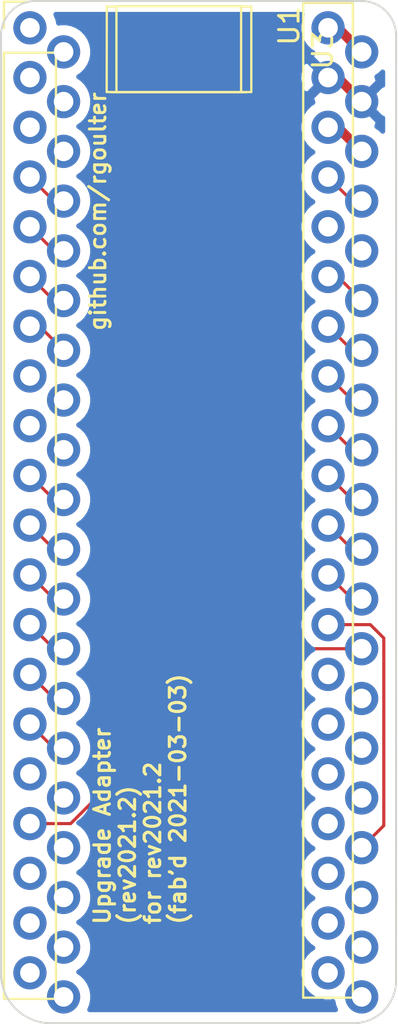
<source format=kicad_pcb>
(kicad_pcb (version 20171130) (host pcbnew "(5.1.8-0-10_14)")

  (general
    (thickness 1.6)
    (drawings 14)
    (tracks 50)
    (zones 0)
    (modules 2)
    (nets 24)
  )

  (page A4)
  (layers
    (0 F.Cu signal)
    (31 B.Cu signal)
    (32 B.Adhes user)
    (33 F.Adhes user)
    (34 B.Paste user)
    (35 F.Paste user)
    (36 B.SilkS user)
    (37 F.SilkS user)
    (38 B.Mask user)
    (39 F.Mask user)
    (40 Dwgs.User user)
    (41 Cmts.User user)
    (42 Eco1.User user)
    (43 Eco2.User user)
    (44 Edge.Cuts user)
    (45 Margin user)
    (46 B.CrtYd user)
    (47 F.CrtYd user)
    (48 B.Fab user)
    (49 F.Fab user)
  )

  (setup
    (last_trace_width 0.16)
    (trace_clearance 0.2)
    (zone_clearance 0.508)
    (zone_45_only no)
    (trace_min 0.16)
    (via_size 0.4)
    (via_drill 0.3)
    (via_min_size 0.4)
    (via_min_drill 0.3)
    (uvia_size 0.3)
    (uvia_drill 0.1)
    (uvias_allowed no)
    (uvia_min_size 0.2)
    (uvia_min_drill 0.1)
    (edge_width 0.1)
    (segment_width 0.2)
    (pcb_text_width 0.3)
    (pcb_text_size 1.5 1.5)
    (mod_edge_width 0.15)
    (mod_text_size 1 1)
    (mod_text_width 0.15)
    (pad_size 1.7 1.7)
    (pad_drill 1)
    (pad_to_mask_clearance 0)
    (aux_axis_origin 0 0)
    (grid_origin 25 25)
    (visible_elements FFFFFF7F)
    (pcbplotparams
      (layerselection 0x010fc_ffffffff)
      (usegerberextensions false)
      (usegerberattributes true)
      (usegerberadvancedattributes true)
      (creategerberjobfile true)
      (excludeedgelayer true)
      (linewidth 0.100000)
      (plotframeref false)
      (viasonmask false)
      (mode 1)
      (useauxorigin false)
      (hpglpennumber 1)
      (hpglpenspeed 20)
      (hpglpendiameter 15.000000)
      (psnegative false)
      (psa4output false)
      (plotreference true)
      (plotvalue true)
      (plotinvisibletext false)
      (padsonsilk false)
      (subtractmaskfromsilk false)
      (outputformat 1)
      (mirror false)
      (drillshape 0)
      (scaleselection 1)
      (outputdirectory "gerber/daughterboard_adapter_for-rev2021.1.1/"))
  )

  (net 0 "")
  (net 1 /5V)
  (net 2 /GND)
  (net 3 /3V3)
  (net 4 /SW25)
  (net 5 /SW11)
  (net 6 /SW31)
  (net 7 /SW12)
  (net 8 /SW32)
  (net 9 /SW13)
  (net 10 /SW33)
  (net 11 /SW14)
  (net 12 /SW34)
  (net 13 /SW15)
  (net 14 /SW35)
  (net 15 /SW21)
  (net 16 /SW41)
  (net 17 /SW22)
  (net 18 /SW42)
  (net 19 /SW23)
  (net 20 /SW43)
  (net 21 /SW24)
  (net 22 /SCL_TX)
  (net 23 /SDA_RX)

  (net_class Default "This is the default net class."
    (clearance 0.2)
    (trace_width 0.16)
    (via_dia 0.4)
    (via_drill 0.3)
    (uvia_dia 0.3)
    (uvia_drill 0.1)
    (add_net /SCL_TX)
    (add_net /SDA_RX)
    (add_net /SW11)
    (add_net /SW12)
    (add_net /SW13)
    (add_net /SW14)
    (add_net /SW15)
    (add_net /SW21)
    (add_net /SW22)
    (add_net /SW23)
    (add_net /SW24)
    (add_net /SW25)
    (add_net /SW31)
    (add_net /SW32)
    (add_net /SW33)
    (add_net /SW34)
    (add_net /SW35)
    (add_net /SW41)
    (add_net /SW42)
    (add_net /SW43)
  )

  (net_class Power ""
    (clearance 0.2)
    (trace_width 0.5)
    (via_dia 0.8)
    (via_drill 0.4)
    (uvia_dia 0.3)
    (uvia_drill 0.1)
    (add_net /3V3)
    (add_net /5V)
    (add_net /GND)
  )

  (module ProjectLocal:WeAct_MiniF4_Staggerable_rev2020.1 (layer F.Cu) (tedit 6044A469) (tstamp 6044BEFF)
    (at 28.2 27.6)
    (descr "Through hole headers for BluePill module. No SWD breakout. Fancy silkscreen.")
    (tags "module BlluePill Blue Pill header SWD breakout")
    (path /604668A4)
    (fp_text reference U3 (at 13.252 -0.1 90) (layer F.SilkS)
      (effects (font (size 1 1) (thickness 0.15)))
    )
    (fp_text value MiniF4 (at 20.32 24.765 -90) (layer F.Fab) hide
      (effects (font (size 1 1) (thickness 0.15)))
    )
    (fp_line (start 3.72 3.48) (end 11.52 3.48) (layer F.Fab) (width 0.1))
    (fp_line (start -1.27 -0.635) (end -0.635 -1.27) (layer F.Fab) (width 0.1))
    (fp_line (start -0.635 -1.27) (end 1.27 -1.27) (layer F.Fab) (width 0.1))
    (fp_line (start 1.27 -1.27) (end 1.27 49.53) (layer F.Fab) (width 0.1))
    (fp_line (start 1.27 49.53) (end -1.27 49.53) (layer F.Fab) (width 0.1))
    (fp_line (start -1.27 49.53) (end -1.27 -0.635) (layer F.Fab) (width 0.1))
    (fp_line (start 13.97 -1.27) (end 16.51 -1.27) (layer F.Fab) (width 0.1))
    (fp_line (start 16.51 -1.27) (end 16.51 49.53) (layer F.Fab) (width 0.1))
    (fp_line (start 16.51 49.53) (end 13.97 49.53) (layer F.Fab) (width 0.1))
    (fp_line (start 13.97 49.53) (end 13.97 -1.27) (layer F.Fab) (width 0.1))
    (pad 5V thru_hole circle (at 15.24 0) (size 1.7 1.7) (drill 1) (layers *.Cu *.Mask)
      (net 1 /5V))
    (pad 25 thru_hole circle (at 0 0) (size 1.7 1.7) (drill 1) (layers *.Cu *.Mask))
    (pad GND thru_hole circle (at 15.24 2.54) (size 1.7 1.7) (drill 1) (layers *.Cu *.Mask)
      (net 2 /GND))
    (pad 26 thru_hole circle (at 0 2.54) (size 1.7 1.7) (drill 1) (layers *.Cu *.Mask))
    (pad 3V3 thru_hole circle (at 15.24 5.08) (size 1.7 1.7) (drill 1) (layers *.Cu *.Mask)
      (net 3 /3V3))
    (pad 27 thru_hole circle (at 0 5.08) (size 1.7 1.7) (drill 1) (layers *.Cu *.Mask))
    (pad 21 thru_hole circle (at 15.24 7.62) (size 1.7 1.7) (drill 1) (layers *.Cu *.Mask)
      (net 4 /SW25))
    (pad 28 thru_hole circle (at 0 7.62) (size 1.7 1.7) (drill 1) (layers *.Cu *.Mask)
      (net 5 /SW11))
    (pad 20 thru_hole circle (at 15.24 10.16) (size 1.7 1.7) (drill 1) (layers *.Cu *.Mask))
    (pad 29 thru_hole circle (at 0 10.16) (size 1.7 1.7) (drill 1) (layers *.Cu *.Mask)
      (net 7 /SW12))
    (pad 19 thru_hole circle (at 15.24 12.7) (size 1.7 1.7) (drill 1) (layers *.Cu *.Mask)
      (net 8 /SW32))
    (pad 30 thru_hole circle (at 0 12.7) (size 1.7 1.7) (drill 1) (layers *.Cu *.Mask)
      (net 9 /SW13))
    (pad 18 thru_hole circle (at 15.24 15.24) (size 1.7 1.7) (drill 1) (layers *.Cu *.Mask)
      (net 10 /SW33))
    (pad 31 thru_hole circle (at 0 15.24) (size 1.7 1.7) (drill 1) (layers *.Cu *.Mask)
      (net 11 /SW14))
    (pad 17 thru_hole circle (at 15.24 17.78) (size 1.7 1.7) (drill 1) (layers *.Cu *.Mask)
      (net 12 /SW34))
    (pad 32 thru_hole circle (at 0 17.78) (size 1.7 1.7) (drill 1) (layers *.Cu *.Mask))
    (pad 16 thru_hole circle (at 15.24 20.32) (size 1.7 1.7) (drill 1) (layers *.Cu *.Mask)
      (net 14 /SW35))
    (pad 33 thru_hole circle (at 0 20.32) (size 1.7 1.7) (drill 1) (layers *.Cu *.Mask))
    (pad 15 thru_hole circle (at 15.24 22.86) (size 1.7 1.7) (drill 1) (layers *.Cu *.Mask)
      (net 16 /SW41))
    (pad 38 thru_hole circle (at 0 22.86) (size 1.7 1.7) (drill 1) (layers *.Cu *.Mask)
      (net 17 /SW22))
    (pad 14 thru_hole circle (at 15.24 25.4) (size 1.7 1.7) (drill 1) (layers *.Cu *.Mask)
      (net 18 /SW42))
    (pad 39 thru_hole circle (at 0 25.4) (size 1.7 1.7) (drill 1) (layers *.Cu *.Mask)
      (net 19 /SW23))
    (pad 13 thru_hole circle (at 15.24 27.94) (size 1.7 1.7) (drill 1) (layers *.Cu *.Mask)
      (net 20 /SW43))
    (pad 40 thru_hole circle (at 0 27.94) (size 1.7 1.7) (drill 1) (layers *.Cu *.Mask)
      (net 21 /SW24))
    (pad 12 thru_hole circle (at 15.24 30.48) (size 1.7 1.7) (drill 1) (layers *.Cu *.Mask)
      (net 6 /SW31))
    (pad 41 thru_hole circle (at 0 30.48) (size 1.7 1.7) (drill 1) (layers *.Cu *.Mask)
      (net 15 /SW21))
    (pad 11 thru_hole circle (at 15.24 33.02) (size 1.7 1.7) (drill 1) (layers *.Cu *.Mask))
    (pad 42 thru_hole circle (at 0 33.02) (size 1.7 1.7) (drill 1) (layers *.Cu *.Mask)
      (net 22 /SCL_TX))
    (pad 10 thru_hole circle (at 15.24 35.56) (size 1.7 1.7) (drill 1) (layers *.Cu *.Mask))
    (pad 43 thru_hole circle (at 0 35.56) (size 1.7 1.7) (drill 1) (layers *.Cu *.Mask)
      (net 23 /SDA_RX))
    (pad 7 thru_hole circle (at 15.24 38.1) (size 1.7 1.7) (drill 1) (layers *.Cu *.Mask))
    (pad 45 thru_hole circle (at 0 38.1) (size 1.7 1.7) (drill 1) (layers *.Cu *.Mask))
    (pad 4 thru_hole circle (at 15.24 40.64) (size 1.7 1.7) (drill 1) (layers *.Cu *.Mask)
      (net 13 /SW15))
    (pad 46 thru_hole circle (at 0 40.64) (size 1.7 1.7) (drill 1) (layers *.Cu *.Mask))
    (pad 3 thru_hole circle (at 15.24 43.18) (size 1.7 1.7) (drill 1) (layers *.Cu *.Mask))
    (pad NC_5V thru_hole circle (at 0 43.18) (size 1.7 1.7) (drill 1) (layers *.Cu *.Mask))
    (pad 2 thru_hole circle (at 15.24 45.72) (size 1.7 1.7) (drill 1) (layers *.Cu *.Mask))
    (pad NC_GND thru_hole circle (at 0 45.72) (size 1.7 1.7) (drill 1) (layers *.Cu *.Mask))
    (pad 1 thru_hole circle (at 15.24 48.26) (size 1.7 1.7) (drill 1) (layers *.Cu *.Mask))
    (pad NC_3V3 thru_hole circle (at 0 48.26) (size 1.7 1.7) (drill 1) (layers *.Cu *.Mask))
    (model ${KIPRJMOD}/minif4_stm32f401_stm32f411_board.step
      (offset (xyz 7.6 -25 8))
      (scale (xyz 1 1 1))
      (rotate (xyz 0 0 90))
    )
    (model ${KISYS3DMOD}/Package_DIP.3dshapes/DIP-40_W15.24mm_Socket.step
      (at (xyz 0 0 0))
      (scale (xyz 1 1 1))
      (rotate (xyz 0 0 0))
    )
  )

  (module ProjectLocal:WeAct_MiniF4_Staggerable_rev2020.1 (layer F.Cu) (tedit 6044A36B) (tstamp 6044BFA7)
    (at 26.48 26.37)
    (descr "Through hole headers for BluePill module. No SWD breakout. Fancy silkscreen.")
    (tags "module BlluePill Blue Pill header SWD breakout")
    (path /60468F4C)
    (fp_text reference U1 (at 13.252 -0.1 90) (layer F.SilkS)
      (effects (font (size 1 1) (thickness 0.15)))
    )
    (fp_text value MiniF4 (at 20.32 24.765 -90) (layer F.Fab) hide
      (effects (font (size 1 1) (thickness 0.15)))
    )
    (fp_line (start -1.33 -1.33) (end 0 -1.33) (layer F.SilkS) (width 0.12))
    (fp_line (start -1.33 0) (end -1.33 -1.33) (layer F.SilkS) (width 0.12))
    (fp_line (start 13.97 49.53) (end 13.97 -1.27) (layer F.SilkS) (width 0.12))
    (fp_line (start 16.51 49.53) (end 13.97 49.53) (layer F.SilkS) (width 0.12))
    (fp_line (start 16.51 -1.27) (end 16.51 49.53) (layer F.SilkS) (width 0.12))
    (fp_line (start 13.97 -1.27) (end 16.51 -1.27) (layer F.SilkS) (width 0.12))
    (fp_line (start -1.33 49.59) (end -1.33 1.27) (layer F.SilkS) (width 0.12))
    (fp_line (start 1.33 49.59) (end -1.33 49.59) (layer F.SilkS) (width 0.12))
    (fp_line (start 1.33 1.27) (end 1.33 49.59) (layer F.SilkS) (width 0.12))
    (fp_line (start -1.33 1.27) (end 1.33 1.27) (layer F.SilkS) (width 0.12))
    (fp_line (start 3.72 3.48) (end 11.52 3.48) (layer F.Fab) (width 0.1))
    (fp_line (start -1.27 -0.635) (end -0.635 -1.27) (layer F.Fab) (width 0.1))
    (fp_line (start -0.635 -1.27) (end 1.27 -1.27) (layer F.Fab) (width 0.1))
    (fp_line (start 1.27 -1.27) (end 1.27 49.53) (layer F.Fab) (width 0.1))
    (fp_line (start 1.27 49.53) (end -1.27 49.53) (layer F.Fab) (width 0.1))
    (fp_line (start -1.27 49.53) (end -1.27 -0.635) (layer F.Fab) (width 0.1))
    (fp_line (start 13.97 -1.27) (end 16.51 -1.27) (layer F.Fab) (width 0.1))
    (fp_line (start 16.51 -1.27) (end 16.51 49.53) (layer F.Fab) (width 0.1))
    (fp_line (start 16.51 49.53) (end 13.97 49.53) (layer F.Fab) (width 0.1))
    (fp_line (start 13.97 49.53) (end 13.97 -1.27) (layer F.Fab) (width 0.1))
    (fp_line (start 11.316427 -1.0935) (end 11.311486 -1.085331) (layer F.SilkS) (width 0.12))
    (fp_line (start 11.311486 -1.085331) (end 11.309896 -1.085) (layer F.SilkS) (width 0.12))
    (fp_line (start 3.923572 -1.0935) (end 3.928513 -1.085331) (layer F.SilkS) (width 0.12))
    (fp_line (start 3.928513 -1.085331) (end 3.930103 -1.085) (layer F.SilkS) (width 0.12))
    (fp_line (start 10.758464 -1.106175) (end 4.481535 -1.106175) (layer F.SilkS) (width 0.12))
    (fp_line (start 4.42 -1.085) (end 4.423589 -1.085064) (layer F.SilkS) (width 0.12))
    (fp_line (start 10.82 -1.085) (end 10.81641 -1.085064) (layer F.SilkS) (width 0.12))
    (fp_line (start 10.795 -1.085064) (end 10.795 3.29) (layer F.SilkS) (width 0.12))
    (fp_line (start 11.309896 -1.085) (end 10.82 -1.085) (layer F.SilkS) (width 0.12))
    (fp_line (start 11.31641 -1.090575) (end 11.316427 -1.0935) (layer F.SilkS) (width 0.12))
    (fp_line (start 11.316427 -1.0935) (end 11.31641 3.28) (layer F.SilkS) (width 0.12))
    (fp_line (start 3.930103 -1.085) (end 4.42 -1.085) (layer F.SilkS) (width 0.12))
    (fp_line (start 11.31641 3.28) (end 3.923589 3.28) (layer F.SilkS) (width 0.12))
    (fp_line (start 3.930103 -1.085) (end 3.923589 3.28) (layer F.SilkS) (width 0.12))
    (fp_line (start 3.923589 -1.090575) (end 3.923572 -1.0935) (layer F.SilkS) (width 0.12))
    (fp_line (start 4.423589 -1.085064) (end 4.423589 3.29) (layer F.SilkS) (width 0.12))
    (fp_line (start 11.070011 3.29) (end 4.169988 3.29) (layer F.SilkS) (width 0.12))
    (fp_line (start 11.070011 -1.085) (end 11.070011 -1.089215) (layer F.SilkS) (width 0.12))
    (fp_line (start 4.169988 -1.085) (end 4.169988 -1.089215) (layer F.SilkS) (width 0.12))
    (pad 5V thru_hole circle (at 15.24 0) (size 1.7 1.7) (drill 1) (layers *.Cu *.Mask)
      (net 1 /5V))
    (pad 25 thru_hole circle (at 0 0) (size 1.7 1.7) (drill 1) (layers *.Cu *.Mask))
    (pad GND thru_hole circle (at 15.24 2.54) (size 1.7 1.7) (drill 1) (layers *.Cu *.Mask)
      (net 2 /GND))
    (pad 26 thru_hole circle (at 0 2.54) (size 1.7 1.7) (drill 1) (layers *.Cu *.Mask))
    (pad 3V3 thru_hole circle (at 15.24 5.08) (size 1.7 1.7) (drill 1) (layers *.Cu *.Mask)
      (net 3 /3V3))
    (pad 27 thru_hole circle (at 0 5.08) (size 1.7 1.7) (drill 1) (layers *.Cu *.Mask))
    (pad 21 thru_hole circle (at 15.24 7.62) (size 1.7 1.7) (drill 1) (layers *.Cu *.Mask)
      (net 4 /SW25))
    (pad 28 thru_hole circle (at 0 7.62) (size 1.7 1.7) (drill 1) (layers *.Cu *.Mask)
      (net 5 /SW11))
    (pad 20 thru_hole circle (at 15.24 10.16) (size 1.7 1.7) (drill 1) (layers *.Cu *.Mask))
    (pad 29 thru_hole circle (at 0 10.16) (size 1.7 1.7) (drill 1) (layers *.Cu *.Mask)
      (net 7 /SW12))
    (pad 19 thru_hole circle (at 15.24 12.7) (size 1.7 1.7) (drill 1) (layers *.Cu *.Mask)
      (net 8 /SW32))
    (pad 30 thru_hole circle (at 0 12.7) (size 1.7 1.7) (drill 1) (layers *.Cu *.Mask)
      (net 9 /SW13))
    (pad 18 thru_hole circle (at 15.24 15.24) (size 1.7 1.7) (drill 1) (layers *.Cu *.Mask)
      (net 10 /SW33))
    (pad 31 thru_hole circle (at 0 15.24) (size 1.7 1.7) (drill 1) (layers *.Cu *.Mask)
      (net 11 /SW14))
    (pad 17 thru_hole circle (at 15.24 17.78) (size 1.7 1.7) (drill 1) (layers *.Cu *.Mask)
      (net 12 /SW34))
    (pad 32 thru_hole circle (at 0 17.78) (size 1.7 1.7) (drill 1) (layers *.Cu *.Mask))
    (pad 16 thru_hole circle (at 15.24 20.32) (size 1.7 1.7) (drill 1) (layers *.Cu *.Mask)
      (net 14 /SW35))
    (pad 33 thru_hole circle (at 0 20.32) (size 1.7 1.7) (drill 1) (layers *.Cu *.Mask))
    (pad 15 thru_hole circle (at 15.24 22.86) (size 1.7 1.7) (drill 1) (layers *.Cu *.Mask)
      (net 16 /SW41))
    (pad 38 thru_hole circle (at 0 22.86) (size 1.7 1.7) (drill 1) (layers *.Cu *.Mask)
      (net 17 /SW22))
    (pad 14 thru_hole circle (at 15.24 25.4) (size 1.7 1.7) (drill 1) (layers *.Cu *.Mask)
      (net 18 /SW42))
    (pad 39 thru_hole circle (at 0 25.4) (size 1.7 1.7) (drill 1) (layers *.Cu *.Mask)
      (net 19 /SW23))
    (pad 13 thru_hole circle (at 15.24 27.94) (size 1.7 1.7) (drill 1) (layers *.Cu *.Mask)
      (net 20 /SW43))
    (pad 40 thru_hole circle (at 0 27.94) (size 1.7 1.7) (drill 1) (layers *.Cu *.Mask)
      (net 21 /SW24))
    (pad 12 thru_hole circle (at 15.24 30.48) (size 1.7 1.7) (drill 1) (layers *.Cu *.Mask)
      (net 13 /SW15))
    (pad 41 thru_hole circle (at 0 30.48) (size 1.7 1.7) (drill 1) (layers *.Cu *.Mask)
      (net 15 /SW21))
    (pad 11 thru_hole circle (at 15.24 33.02) (size 1.7 1.7) (drill 1) (layers *.Cu *.Mask))
    (pad 42 thru_hole circle (at 0 33.02) (size 1.7 1.7) (drill 1) (layers *.Cu *.Mask)
      (net 22 /SCL_TX))
    (pad 10 thru_hole circle (at 15.24 35.56) (size 1.7 1.7) (drill 1) (layers *.Cu *.Mask))
    (pad 43 thru_hole circle (at 0 35.56) (size 1.7 1.7) (drill 1) (layers *.Cu *.Mask)
      (net 23 /SDA_RX))
    (pad 7 thru_hole circle (at 15.24 38.1) (size 1.7 1.7) (drill 1) (layers *.Cu *.Mask))
    (pad 45 thru_hole circle (at 0 38.1) (size 1.7 1.7) (drill 1) (layers *.Cu *.Mask))
    (pad 4 thru_hole circle (at 15.24 40.64) (size 1.7 1.7) (drill 1) (layers *.Cu *.Mask))
    (pad 46 thru_hole circle (at 0 40.64) (size 1.7 1.7) (drill 1) (layers *.Cu *.Mask)
      (net 6 /SW31))
    (pad 3 thru_hole circle (at 15.24 43.18) (size 1.7 1.7) (drill 1) (layers *.Cu *.Mask))
    (pad NC_5V thru_hole circle (at 0 43.18) (size 1.7 1.7) (drill 1) (layers *.Cu *.Mask))
    (pad 2 thru_hole circle (at 15.24 45.72) (size 1.7 1.7) (drill 1) (layers *.Cu *.Mask))
    (pad NC_GND thru_hole circle (at 0 45.72) (size 1.7 1.7) (drill 1) (layers *.Cu *.Mask))
    (pad 1 thru_hole circle (at 15.24 48.26) (size 1.7 1.7) (drill 1) (layers *.Cu *.Mask))
    (pad NC_3V3 thru_hole circle (at 0 48.26) (size 1.7 1.7) (drill 1) (layers *.Cu *.Mask))
    (model ${KIPRJMOD}/minif4_stm32f401_stm32f411_board.step
      (offset (xyz 7.6 -25 8))
      (scale (xyz 1 1 1))
      (rotate (xyz 0 0 90))
    )
    (model ${KISYS3DMOD}/Package_DIP.3dshapes/DIP-40_W15.24mm_Socket.step
      (at (xyz 0 0 0))
      (scale (xyz 1 1 1))
      (rotate (xyz 0 0 0))
    )
  )

  (gr_arc (start 27.54 74.66) (end 25 74.66) (angle -90) (layer Edge.Cuts) (width 0.1))
  (gr_arc (start 43.034 75.038) (end 43.034 77.2) (angle -90) (layer Edge.Cuts) (width 0.1))
  (gr_arc (start 26.778 26.778) (end 26.778 25) (angle -90) (layer Edge.Cuts) (width 0.1))
  (gr_arc (start 43.422 26.778) (end 45.2 26.778) (angle -90) (layer Edge.Cuts) (width 0.1))
  (gr_line (start 31.968 73.993) (end 38.191 73.993) (layer Dwgs.User) (width 3) (tstamp 6044C04F))
  (gr_line (start 32.222 43.005) (end 38.445 43.005) (layer Dwgs.User) (width 3) (tstamp 6044C088))
  (gr_line (start 32.222 58.118) (end 38.445 58.118) (layer Dwgs.User) (width 3) (tstamp 6044C055))
  (gr_line (start 31.587 27.638) (end 37.81 27.638) (layer Dwgs.User) (width 3) (tstamp 6044C04C))
  (gr_text github.com/rgoulter (at 29.953 29.572 90) (layer F.SilkS) (tstamp 6044C0D0)
    (effects (font (size 0.8 0.8) (thickness 0.15)) (justify right))
  )
  (gr_text "Upgrade Adapter\n(rev2021.2)\nfor rev2021.2\n(fab’d 2021-03-03)" (at 32.112 72.244 90) (layer F.SilkS) (tstamp 6044C0D3)
    (effects (font (size 0.8 0.8) (thickness 0.16)) (justify left))
  )
  (gr_line (start 25 74.66) (end 25 26.778) (layer Edge.Cuts) (width 0.1) (tstamp 6044C0CA))
  (gr_line (start 43.034 77.2) (end 27.54 77.2) (layer Edge.Cuts) (width 0.1) (tstamp 6044C0CD))
  (gr_line (start 45.2 26.778) (end 45.196 75.038) (layer Edge.Cuts) (width 0.1) (tstamp 6044BED2))
  (gr_line (start 26.778 25) (end 43.422 25) (layer Edge.Cuts) (width 0.1) (tstamp 6044BECF))

  (segment (start 42.21 26.37) (end 43.44 27.6) (width 0.5) (layer F.Cu) (net 1))
  (segment (start 41.72 26.37) (end 42.21 26.37) (width 0.5) (layer F.Cu) (net 1))
  (segment (start 42.21 28.91) (end 43.44 30.14) (width 0.5) (layer F.Cu) (net 2) (tstamp 6044C142) (status 30))
  (segment (start 41.72 28.91) (end 42.21 28.91) (width 0.5) (layer F.Cu) (net 2) (tstamp 6044C13F) (status 30))
  (segment (start 42.21 31.45) (end 43.44 32.68) (width 0.5) (layer F.Cu) (net 3))
  (segment (start 41.72 31.45) (end 42.21 31.45) (width 0.5) (layer F.Cu) (net 3))
  (segment (start 42.95 35.22) (end 43.44 35.22) (width 0.16) (layer F.Cu) (net 4) (tstamp 6044C11B) (status 30))
  (segment (start 41.72 33.99) (end 42.95 35.22) (width 0.16) (layer F.Cu) (net 4) (tstamp 6044C118) (status 30))
  (segment (start 27.71 35.22) (end 28.2 35.22) (width 0.16) (layer F.Cu) (net 5) (tstamp 6044C115) (status 30))
  (segment (start 26.48 33.99) (end 27.71 35.22) (width 0.16) (layer F.Cu) (net 5) (tstamp 6044C112) (status 30))
  (segment (start 28.562402 67.01) (end 26.48 67.01) (width 0.16) (layer F.Cu) (net 6))
  (segment (start 37.492402 58.08) (end 28.562402 67.01) (width 0.16) (layer F.Cu) (net 6))
  (segment (start 43.44 58.08) (end 37.492402 58.08) (width 0.16) (layer F.Cu) (net 6))
  (segment (start 27.71 37.76) (end 28.2 37.76) (width 0.16) (layer F.Cu) (net 7) (tstamp 6044C103) (status 30))
  (segment (start 26.48 36.53) (end 27.71 37.76) (width 0.16) (layer F.Cu) (net 7) (tstamp 6044C100) (status 30))
  (segment (start 42.21 39.07) (end 41.72 39.07) (width 0.16) (layer F.Cu) (net 8) (tstamp 6044C0FD) (status 30))
  (segment (start 43.44 40.3) (end 42.21 39.07) (width 0.16) (layer F.Cu) (net 8) (tstamp 6044C0FA) (status 30))
  (segment (start 27.71 40.3) (end 28.2 40.3) (width 0.16) (layer F.Cu) (net 9) (tstamp 6044C0F7) (status 30))
  (segment (start 26.48 39.07) (end 27.71 40.3) (width 0.16) (layer F.Cu) (net 9) (tstamp 6044C0F4) (status 30))
  (segment (start 42.95 42.84) (end 43.44 42.84) (width 0.16) (layer F.Cu) (net 10) (tstamp 6044C0F1) (status 30))
  (segment (start 41.72 41.61) (end 42.95 42.84) (width 0.16) (layer F.Cu) (net 10) (tstamp 6044C0EE) (status 30))
  (segment (start 26.97 41.61) (end 26.48 41.61) (width 0.16) (layer F.Cu) (net 11) (tstamp 6044C0EB) (status 30))
  (segment (start 28.2 42.84) (end 26.97 41.61) (width 0.16) (layer F.Cu) (net 11) (tstamp 6044C0E8) (status 30))
  (segment (start 42.95 45.38) (end 43.44 45.38) (width 0.16) (layer F.Cu) (net 12) (tstamp 6044C0E5) (status 30))
  (segment (start 41.72 44.15) (end 42.95 45.38) (width 0.16) (layer F.Cu) (net 12) (tstamp 6044C0E2) (status 30))
  (segment (start 42.95 68.24) (end 43.44 68.24) (width 0.16) (layer F.Cu) (net 13) (status 30))
  (segment (start 44.570001 57.537599) (end 44.570001 67.109999) (width 0.16) (layer F.Cu) (net 13))
  (segment (start 43.882402 56.85) (end 44.570001 57.537599) (width 0.16) (layer F.Cu) (net 13))
  (segment (start 44.570001 67.109999) (end 43.44 68.24) (width 0.16) (layer F.Cu) (net 13) (status 20))
  (segment (start 41.72 56.85) (end 43.882402 56.85) (width 0.16) (layer F.Cu) (net 13) (status 10))
  (segment (start 42.95 47.92) (end 43.44 47.92) (width 0.16) (layer F.Cu) (net 14) (tstamp 6044C1CC) (status 30))
  (segment (start 41.72 46.69) (end 42.95 47.92) (width 0.16) (layer F.Cu) (net 14) (tstamp 6044C1C9) (status 30))
  (segment (start 27.71 58.08) (end 28.2 58.08) (width 0.16) (layer F.Cu) (net 15) (status 30))
  (segment (start 26.48 56.85) (end 27.71 58.08) (width 0.16) (layer F.Cu) (net 15) (status 30))
  (segment (start 42.95 50.46) (end 43.44 50.46) (width 0.16) (layer F.Cu) (net 16) (tstamp 6044C1B4) (status 30))
  (segment (start 41.72 49.23) (end 42.95 50.46) (width 0.16) (layer F.Cu) (net 16) (tstamp 6044C1B1) (status 30))
  (segment (start 27.71 50.46) (end 28.2 50.46) (width 0.16) (layer F.Cu) (net 17) (tstamp 6044C1AE) (status 30))
  (segment (start 26.48 49.23) (end 27.71 50.46) (width 0.16) (layer F.Cu) (net 17) (tstamp 6044C1AB) (status 30))
  (segment (start 42.95 53) (end 43.44 53) (width 0.16) (layer F.Cu) (net 18) (tstamp 6044C1A8) (status 30))
  (segment (start 41.72 51.77) (end 42.95 53) (width 0.16) (layer F.Cu) (net 18) (tstamp 6044C1A5) (status 30))
  (segment (start 27.71 53) (end 28.2 53) (width 0.16) (layer F.Cu) (net 19) (tstamp 6044C1A2) (status 30))
  (segment (start 26.48 51.77) (end 27.71 53) (width 0.16) (layer F.Cu) (net 19) (tstamp 6044C19F) (status 30))
  (segment (start 42.95 55.54) (end 43.44 55.54) (width 0.16) (layer F.Cu) (net 20) (tstamp 6044C19C) (status 30))
  (segment (start 41.72 54.31) (end 42.95 55.54) (width 0.16) (layer F.Cu) (net 20) (tstamp 6044C199) (status 30))
  (segment (start 27.71 55.54) (end 28.2 55.54) (width 0.16) (layer F.Cu) (net 21) (tstamp 6044C196) (status 30))
  (segment (start 26.48 54.31) (end 27.71 55.54) (width 0.16) (layer F.Cu) (net 21) (tstamp 6044C193) (status 30))
  (segment (start 27.71 60.62) (end 28.2 60.62) (width 0.16) (layer F.Cu) (net 22) (tstamp 6044C190) (status 30))
  (segment (start 26.48 59.39) (end 27.71 60.62) (width 0.16) (layer F.Cu) (net 22) (tstamp 6044C18D) (status 30))
  (segment (start 27.71 63.16) (end 28.2 63.16) (width 0.16) (layer F.Cu) (net 23) (tstamp 6044C18A) (status 30))
  (segment (start 26.48 61.93) (end 27.71 63.16) (width 0.16) (layer F.Cu) (net 23) (tstamp 6044C187) (status 30))

  (zone (net 2) (net_name /GND) (layer B.Cu) (tstamp 604823E0) (hatch edge 0.508)
    (connect_pads (clearance 0.508))
    (min_thickness 0.254)
    (fill yes (arc_segments 32) (thermal_gap 0.508) (thermal_bridge_width 0.508))
    (polygon
      (pts
        (xy 45.303 77.168) (xy 24.983 77.168) (xy 24.983 24.971) (xy 45.303 24.971)
      )
    )
    (filled_polygon
      (pts
        (xy 40.292068 25.936842) (xy 40.235 26.22374) (xy 40.235 26.51626) (xy 40.292068 26.803158) (xy 40.40401 27.073411)
        (xy 40.566525 27.316632) (xy 40.773368 27.523475) (xy 40.946729 27.639311) (xy 40.871208 27.881603) (xy 41.72 28.730395)
        (xy 41.734143 28.716253) (xy 41.913748 28.895858) (xy 41.899605 28.91) (xy 41.913748 28.924143) (xy 41.734143 29.103748)
        (xy 41.72 29.089605) (xy 40.871208 29.938397) (xy 40.946729 30.180689) (xy 40.773368 30.296525) (xy 40.566525 30.503368)
        (xy 40.40401 30.746589) (xy 40.292068 31.016842) (xy 40.235 31.30374) (xy 40.235 31.59626) (xy 40.292068 31.883158)
        (xy 40.40401 32.153411) (xy 40.566525 32.396632) (xy 40.773368 32.603475) (xy 40.94776 32.72) (xy 40.773368 32.836525)
        (xy 40.566525 33.043368) (xy 40.40401 33.286589) (xy 40.292068 33.556842) (xy 40.235 33.84374) (xy 40.235 34.13626)
        (xy 40.292068 34.423158) (xy 40.40401 34.693411) (xy 40.566525 34.936632) (xy 40.773368 35.143475) (xy 40.94776 35.26)
        (xy 40.773368 35.376525) (xy 40.566525 35.583368) (xy 40.40401 35.826589) (xy 40.292068 36.096842) (xy 40.235 36.38374)
        (xy 40.235 36.67626) (xy 40.292068 36.963158) (xy 40.40401 37.233411) (xy 40.566525 37.476632) (xy 40.773368 37.683475)
        (xy 40.94776 37.8) (xy 40.773368 37.916525) (xy 40.566525 38.123368) (xy 40.40401 38.366589) (xy 40.292068 38.636842)
        (xy 40.235 38.92374) (xy 40.235 39.21626) (xy 40.292068 39.503158) (xy 40.40401 39.773411) (xy 40.566525 40.016632)
        (xy 40.773368 40.223475) (xy 40.94776 40.34) (xy 40.773368 40.456525) (xy 40.566525 40.663368) (xy 40.40401 40.906589)
        (xy 40.292068 41.176842) (xy 40.235 41.46374) (xy 40.235 41.75626) (xy 40.292068 42.043158) (xy 40.40401 42.313411)
        (xy 40.566525 42.556632) (xy 40.773368 42.763475) (xy 40.94776 42.88) (xy 40.773368 42.996525) (xy 40.566525 43.203368)
        (xy 40.40401 43.446589) (xy 40.292068 43.716842) (xy 40.235 44.00374) (xy 40.235 44.29626) (xy 40.292068 44.583158)
        (xy 40.40401 44.853411) (xy 40.566525 45.096632) (xy 40.773368 45.303475) (xy 40.94776 45.42) (xy 40.773368 45.536525)
        (xy 40.566525 45.743368) (xy 40.40401 45.986589) (xy 40.292068 46.256842) (xy 40.235 46.54374) (xy 40.235 46.83626)
        (xy 40.292068 47.123158) (xy 40.40401 47.393411) (xy 40.566525 47.636632) (xy 40.773368 47.843475) (xy 40.94776 47.96)
        (xy 40.773368 48.076525) (xy 40.566525 48.283368) (xy 40.40401 48.526589) (xy 40.292068 48.796842) (xy 40.235 49.08374)
        (xy 40.235 49.37626) (xy 40.292068 49.663158) (xy 40.40401 49.933411) (xy 40.566525 50.176632) (xy 40.773368 50.383475)
        (xy 40.94776 50.5) (xy 40.773368 50.616525) (xy 40.566525 50.823368) (xy 40.40401 51.066589) (xy 40.292068 51.336842)
        (xy 40.235 51.62374) (xy 40.235 51.91626) (xy 40.292068 52.203158) (xy 40.40401 52.473411) (xy 40.566525 52.716632)
        (xy 40.773368 52.923475) (xy 40.94776 53.04) (xy 40.773368 53.156525) (xy 40.566525 53.363368) (xy 40.40401 53.606589)
        (xy 40.292068 53.876842) (xy 40.235 54.16374) (xy 40.235 54.45626) (xy 40.292068 54.743158) (xy 40.40401 55.013411)
        (xy 40.566525 55.256632) (xy 40.773368 55.463475) (xy 40.94776 55.58) (xy 40.773368 55.696525) (xy 40.566525 55.903368)
        (xy 40.40401 56.146589) (xy 40.292068 56.416842) (xy 40.235 56.70374) (xy 40.235 56.99626) (xy 40.292068 57.283158)
        (xy 40.40401 57.553411) (xy 40.566525 57.796632) (xy 40.773368 58.003475) (xy 40.94776 58.12) (xy 40.773368 58.236525)
        (xy 40.566525 58.443368) (xy 40.40401 58.686589) (xy 40.292068 58.956842) (xy 40.235 59.24374) (xy 40.235 59.53626)
        (xy 40.292068 59.823158) (xy 40.40401 60.093411) (xy 40.566525 60.336632) (xy 40.773368 60.543475) (xy 40.94776 60.66)
        (xy 40.773368 60.776525) (xy 40.566525 60.983368) (xy 40.40401 61.226589) (xy 40.292068 61.496842) (xy 40.235 61.78374)
        (xy 40.235 62.07626) (xy 40.292068 62.363158) (xy 40.40401 62.633411) (xy 40.566525 62.876632) (xy 40.773368 63.083475)
        (xy 40.94776 63.2) (xy 40.773368 63.316525) (xy 40.566525 63.523368) (xy 40.40401 63.766589) (xy 40.292068 64.036842)
        (xy 40.235 64.32374) (xy 40.235 64.61626) (xy 40.292068 64.903158) (xy 40.40401 65.173411) (xy 40.566525 65.416632)
        (xy 40.773368 65.623475) (xy 40.94776 65.74) (xy 40.773368 65.856525) (xy 40.566525 66.063368) (xy 40.40401 66.306589)
        (xy 40.292068 66.576842) (xy 40.235 66.86374) (xy 40.235 67.15626) (xy 40.292068 67.443158) (xy 40.40401 67.713411)
        (xy 40.566525 67.956632) (xy 40.773368 68.163475) (xy 40.94776 68.28) (xy 40.773368 68.396525) (xy 40.566525 68.603368)
        (xy 40.40401 68.846589) (xy 40.292068 69.116842) (xy 40.235 69.40374) (xy 40.235 69.69626) (xy 40.292068 69.983158)
        (xy 40.40401 70.253411) (xy 40.566525 70.496632) (xy 40.773368 70.703475) (xy 40.94776 70.82) (xy 40.773368 70.936525)
        (xy 40.566525 71.143368) (xy 40.40401 71.386589) (xy 40.292068 71.656842) (xy 40.235 71.94374) (xy 40.235 72.23626)
        (xy 40.292068 72.523158) (xy 40.40401 72.793411) (xy 40.566525 73.036632) (xy 40.773368 73.243475) (xy 40.94776 73.36)
        (xy 40.773368 73.476525) (xy 40.566525 73.683368) (xy 40.40401 73.926589) (xy 40.292068 74.196842) (xy 40.235 74.48374)
        (xy 40.235 74.77626) (xy 40.292068 75.063158) (xy 40.40401 75.333411) (xy 40.566525 75.576632) (xy 40.773368 75.783475)
        (xy 41.016589 75.94599) (xy 41.286842 76.057932) (xy 41.57374 76.115) (xy 41.86626 76.115) (xy 41.972429 76.093881)
        (xy 42.012068 76.293158) (xy 42.103958 76.515) (xy 29.536042 76.515) (xy 29.627932 76.293158) (xy 29.685 76.00626)
        (xy 29.685 75.71374) (xy 29.627932 75.426842) (xy 29.51599 75.156589) (xy 29.353475 74.913368) (xy 29.146632 74.706525)
        (xy 28.97224 74.59) (xy 29.146632 74.473475) (xy 29.353475 74.266632) (xy 29.51599 74.023411) (xy 29.627932 73.753158)
        (xy 29.685 73.46626) (xy 29.685 73.17374) (xy 29.627932 72.886842) (xy 29.51599 72.616589) (xy 29.353475 72.373368)
        (xy 29.146632 72.166525) (xy 28.97224 72.05) (xy 29.146632 71.933475) (xy 29.353475 71.726632) (xy 29.51599 71.483411)
        (xy 29.627932 71.213158) (xy 29.685 70.92626) (xy 29.685 70.63374) (xy 29.627932 70.346842) (xy 29.51599 70.076589)
        (xy 29.353475 69.833368) (xy 29.146632 69.626525) (xy 28.97224 69.51) (xy 29.146632 69.393475) (xy 29.353475 69.186632)
        (xy 29.51599 68.943411) (xy 29.627932 68.673158) (xy 29.685 68.38626) (xy 29.685 68.09374) (xy 29.627932 67.806842)
        (xy 29.51599 67.536589) (xy 29.353475 67.293368) (xy 29.146632 67.086525) (xy 28.97224 66.97) (xy 29.146632 66.853475)
        (xy 29.353475 66.646632) (xy 29.51599 66.403411) (xy 29.627932 66.133158) (xy 29.685 65.84626) (xy 29.685 65.55374)
        (xy 29.627932 65.266842) (xy 29.51599 64.996589) (xy 29.353475 64.753368) (xy 29.146632 64.546525) (xy 28.97224 64.43)
        (xy 29.146632 64.313475) (xy 29.353475 64.106632) (xy 29.51599 63.863411) (xy 29.627932 63.593158) (xy 29.685 63.30626)
        (xy 29.685 63.01374) (xy 29.627932 62.726842) (xy 29.51599 62.456589) (xy 29.353475 62.213368) (xy 29.146632 62.006525)
        (xy 28.97224 61.89) (xy 29.146632 61.773475) (xy 29.353475 61.566632) (xy 29.51599 61.323411) (xy 29.627932 61.053158)
        (xy 29.685 60.76626) (xy 29.685 60.47374) (xy 29.627932 60.186842) (xy 29.51599 59.916589) (xy 29.353475 59.673368)
        (xy 29.146632 59.466525) (xy 28.97224 59.35) (xy 29.146632 59.233475) (xy 29.353475 59.026632) (xy 29.51599 58.783411)
        (xy 29.627932 58.513158) (xy 29.685 58.22626) (xy 29.685 57.93374) (xy 29.627932 57.646842) (xy 29.51599 57.376589)
        (xy 29.353475 57.133368) (xy 29.146632 56.926525) (xy 28.97224 56.81) (xy 29.146632 56.693475) (xy 29.353475 56.486632)
        (xy 29.51599 56.243411) (xy 29.627932 55.973158) (xy 29.685 55.68626) (xy 29.685 55.39374) (xy 29.627932 55.106842)
        (xy 29.51599 54.836589) (xy 29.353475 54.593368) (xy 29.146632 54.386525) (xy 28.97224 54.27) (xy 29.146632 54.153475)
        (xy 29.353475 53.946632) (xy 29.51599 53.703411) (xy 29.627932 53.433158) (xy 29.685 53.14626) (xy 29.685 52.85374)
        (xy 29.627932 52.566842) (xy 29.51599 52.296589) (xy 29.353475 52.053368) (xy 29.146632 51.846525) (xy 28.97224 51.73)
        (xy 29.146632 51.613475) (xy 29.353475 51.406632) (xy 29.51599 51.163411) (xy 29.627932 50.893158) (xy 29.685 50.60626)
        (xy 29.685 50.31374) (xy 29.627932 50.026842) (xy 29.51599 49.756589) (xy 29.353475 49.513368) (xy 29.146632 49.306525)
        (xy 28.97224 49.19) (xy 29.146632 49.073475) (xy 29.353475 48.866632) (xy 29.51599 48.623411) (xy 29.627932 48.353158)
        (xy 29.685 48.06626) (xy 29.685 47.77374) (xy 29.627932 47.486842) (xy 29.51599 47.216589) (xy 29.353475 46.973368)
        (xy 29.146632 46.766525) (xy 28.97224 46.65) (xy 29.146632 46.533475) (xy 29.353475 46.326632) (xy 29.51599 46.083411)
        (xy 29.627932 45.813158) (xy 29.685 45.52626) (xy 29.685 45.23374) (xy 29.627932 44.946842) (xy 29.51599 44.676589)
        (xy 29.353475 44.433368) (xy 29.146632 44.226525) (xy 28.97224 44.11) (xy 29.146632 43.993475) (xy 29.353475 43.786632)
        (xy 29.51599 43.543411) (xy 29.627932 43.273158) (xy 29.685 42.98626) (xy 29.685 42.69374) (xy 29.627932 42.406842)
        (xy 29.51599 42.136589) (xy 29.353475 41.893368) (xy 29.146632 41.686525) (xy 28.97224 41.57) (xy 29.146632 41.453475)
        (xy 29.353475 41.246632) (xy 29.51599 41.003411) (xy 29.627932 40.733158) (xy 29.685 40.44626) (xy 29.685 40.15374)
        (xy 29.627932 39.866842) (xy 29.51599 39.596589) (xy 29.353475 39.353368) (xy 29.146632 39.146525) (xy 28.97224 39.03)
        (xy 29.146632 38.913475) (xy 29.353475 38.706632) (xy 29.51599 38.463411) (xy 29.627932 38.193158) (xy 29.685 37.90626)
        (xy 29.685 37.61374) (xy 29.627932 37.326842) (xy 29.51599 37.056589) (xy 29.353475 36.813368) (xy 29.146632 36.606525)
        (xy 28.97224 36.49) (xy 29.146632 36.373475) (xy 29.353475 36.166632) (xy 29.51599 35.923411) (xy 29.627932 35.653158)
        (xy 29.685 35.36626) (xy 29.685 35.07374) (xy 29.627932 34.786842) (xy 29.51599 34.516589) (xy 29.353475 34.273368)
        (xy 29.146632 34.066525) (xy 28.97224 33.95) (xy 29.146632 33.833475) (xy 29.353475 33.626632) (xy 29.51599 33.383411)
        (xy 29.627932 33.113158) (xy 29.685 32.82626) (xy 29.685 32.53374) (xy 29.627932 32.246842) (xy 29.51599 31.976589)
        (xy 29.353475 31.733368) (xy 29.146632 31.526525) (xy 28.97224 31.41) (xy 29.146632 31.293475) (xy 29.353475 31.086632)
        (xy 29.51599 30.843411) (xy 29.627932 30.573158) (xy 29.685 30.28626) (xy 29.685 29.99374) (xy 29.627932 29.706842)
        (xy 29.51599 29.436589) (xy 29.353475 29.193368) (xy 29.146632 28.986525) (xy 29.134669 28.978531) (xy 40.229389 28.978531)
        (xy 40.271401 29.268019) (xy 40.369081 29.543747) (xy 40.442528 29.681157) (xy 40.691603 29.758792) (xy 41.540395 28.91)
        (xy 40.691603 28.061208) (xy 40.442528 28.138843) (xy 40.316629 28.402883) (xy 40.244661 28.686411) (xy 40.229389 28.978531)
        (xy 29.134669 28.978531) (xy 28.97224 28.87) (xy 29.146632 28.753475) (xy 29.353475 28.546632) (xy 29.51599 28.303411)
        (xy 29.627932 28.033158) (xy 29.685 27.74626) (xy 29.685 27.45374) (xy 29.627932 27.166842) (xy 29.51599 26.896589)
        (xy 29.353475 26.653368) (xy 29.146632 26.446525) (xy 28.903411 26.28401) (xy 28.633158 26.172068) (xy 28.34626 26.115)
        (xy 28.05374 26.115) (xy 27.947571 26.136119) (xy 27.907932 25.936842) (xy 27.803616 25.685) (xy 40.396384 25.685)
      )
    )
    (filled_polygon
      (pts
        (xy 44.514791 29.305669) (xy 44.468397 29.291208) (xy 43.619605 30.14) (xy 44.468397 30.988792) (xy 44.514652 30.974374)
        (xy 44.514596 31.654489) (xy 44.386632 31.526525) (xy 44.213271 31.410689) (xy 44.288792 31.168397) (xy 43.44 30.319605)
        (xy 43.425858 30.333748) (xy 43.246253 30.154143) (xy 43.260395 30.14) (xy 43.246253 30.125858) (xy 43.425858 29.946253)
        (xy 43.44 29.960395) (xy 44.288792 29.111603) (xy 44.213271 28.869311) (xy 44.386632 28.753475) (xy 44.514847 28.62526)
      )
    )
  )
)

</source>
